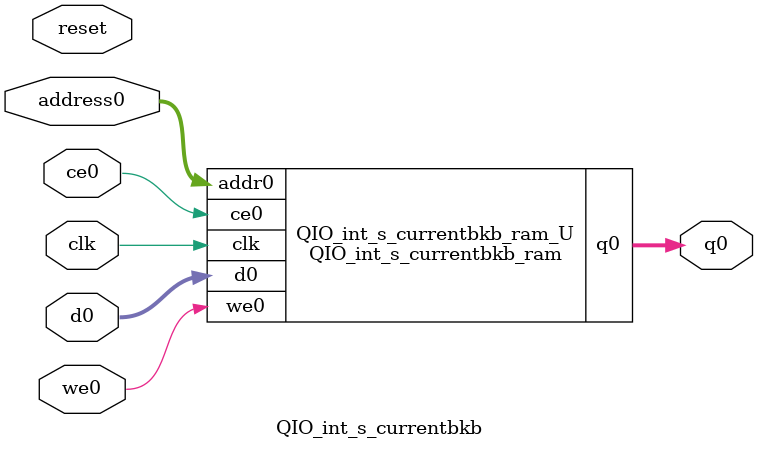
<source format=v>
`timescale 1 ns / 1 ps
module QIO_int_s_currentbkb_ram (addr0, ce0, d0, we0, q0,  clk);

parameter DWIDTH = 32;
parameter AWIDTH = 8;
parameter MEM_SIZE = 256;

input[AWIDTH-1:0] addr0;
input ce0;
input[DWIDTH-1:0] d0;
input we0;
output reg[DWIDTH-1:0] q0;
input clk;

(* ram_style = "block" *)reg [DWIDTH-1:0] ram[0:MEM_SIZE-1];




always @(posedge clk)  
begin 
    if (ce0) begin
        if (we0) 
            ram[addr0] <= d0; 
        q0 <= ram[addr0];
    end
end


endmodule

`timescale 1 ns / 1 ps
module QIO_int_s_currentbkb(
    reset,
    clk,
    address0,
    ce0,
    we0,
    d0,
    q0);

parameter DataWidth = 32'd32;
parameter AddressRange = 32'd256;
parameter AddressWidth = 32'd8;
input reset;
input clk;
input[AddressWidth - 1:0] address0;
input ce0;
input we0;
input[DataWidth - 1:0] d0;
output[DataWidth - 1:0] q0;



QIO_int_s_currentbkb_ram QIO_int_s_currentbkb_ram_U(
    .clk( clk ),
    .addr0( address0 ),
    .ce0( ce0 ),
    .we0( we0 ),
    .d0( d0 ),
    .q0( q0 ));

endmodule


</source>
